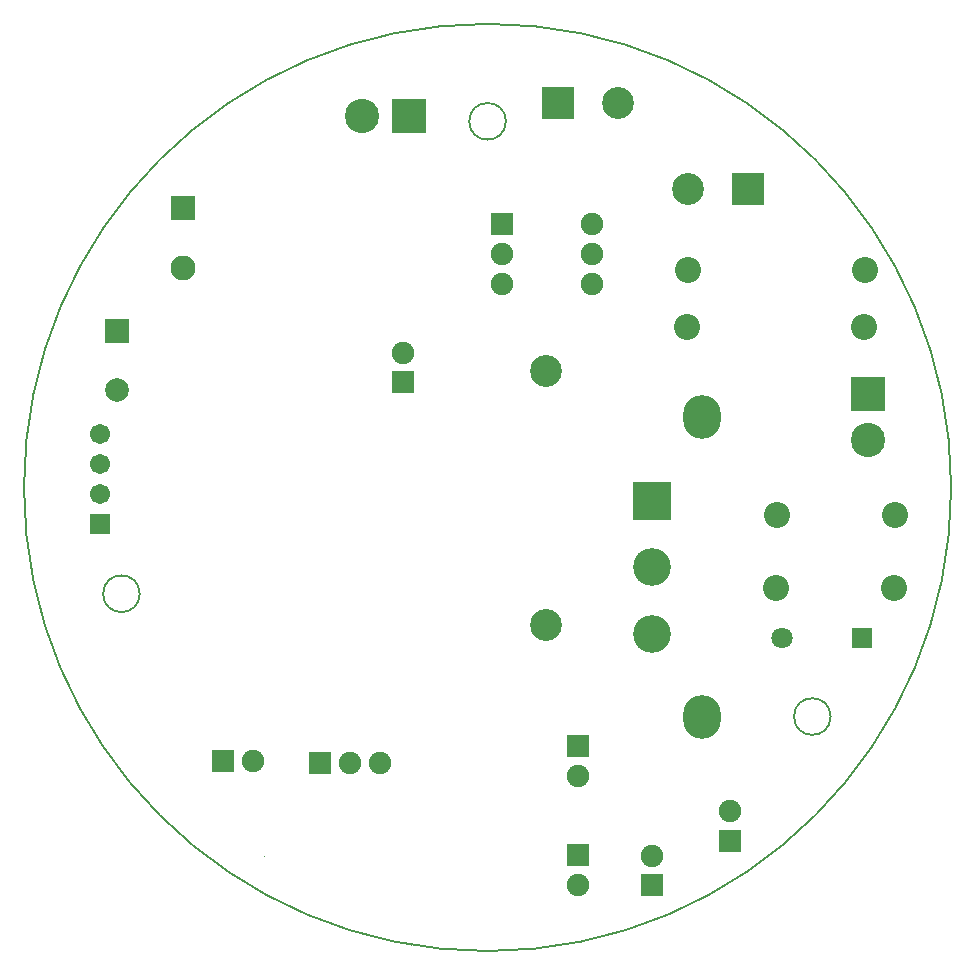
<source format=gbs>
%FSLAX25Y25*%
%MOIN*%
G70*
G01*
G75*
G04 Layer_Color=16711935*
%ADD10C,0.10000*%
%ADD11C,0.10000*%
%ADD12R,0.08661X0.09449*%
%ADD13R,0.09843X0.13386*%
%ADD14O,0.08661X0.02756*%
%ADD15R,0.06890X0.08661*%
%ADD16R,0.04724X0.01969*%
%ADD17R,0.04000X0.05500*%
%ADD18R,0.05906X0.11811*%
%ADD19R,0.03150X0.21654*%
%ADD20R,0.06000X0.05000*%
G04:AMPARAMS|DCode=21|XSize=60mil|YSize=50mil|CornerRadius=0mil|HoleSize=0mil|Usage=FLASHONLY|Rotation=0.000|XOffset=0mil|YOffset=0mil|HoleType=Round|Shape=Octagon|*
%AMOCTAGOND21*
4,1,8,0.03000,-0.01250,0.03000,0.01250,0.01750,0.02500,-0.01750,0.02500,-0.03000,0.01250,-0.03000,-0.01250,-0.01750,-0.02500,0.01750,-0.02500,0.03000,-0.01250,0.0*
%
%ADD21OCTAGOND21*%

%ADD22R,0.03150X0.03543*%
%ADD23R,0.03543X0.03150*%
%ADD24R,0.05000X0.05000*%
%ADD25R,0.05512X0.02362*%
%ADD26R,0.39370X0.41142*%
%ADD27R,0.12598X0.04134*%
%ADD28R,0.05500X0.04000*%
%ADD29O,0.07087X0.01100*%
%ADD30O,0.01100X0.07087*%
%ADD31R,0.08268X0.09843*%
%ADD32R,0.03150X0.05118*%
G04:AMPARAMS|DCode=33|XSize=78.74mil|YSize=86.61mil|CornerRadius=7.87mil|HoleSize=0mil|Usage=FLASHONLY|Rotation=90.000|XOffset=0mil|YOffset=0mil|HoleType=Round|Shape=RoundedRectangle|*
%AMROUNDEDRECTD33*
21,1,0.07874,0.07087,0,0,90.0*
21,1,0.06299,0.08661,0,0,90.0*
1,1,0.01575,0.03543,0.03150*
1,1,0.01575,0.03543,-0.03150*
1,1,0.01575,-0.03543,-0.03150*
1,1,0.01575,-0.03543,0.03150*
%
%ADD33ROUNDEDRECTD33*%
%ADD34R,0.09843X0.08268*%
%ADD35R,0.05118X0.03150*%
%ADD36R,0.03937X0.02362*%
%ADD37R,0.02756X0.03347*%
%ADD38R,0.03347X0.02756*%
%ADD39C,0.00800*%
%ADD40C,0.08000*%
%ADD41C,0.15000*%
%ADD42C,0.03000*%
%ADD43C,0.01500*%
%ADD44C,0.05000*%
%ADD45C,0.02000*%
%ADD46C,0.04000*%
%ADD47C,0.01000*%
%ADD48R,0.09600X0.18400*%
%ADD49R,0.09900X0.21000*%
%ADD50C,0.00500*%
%ADD51C,0.00025*%
%ADD52C,0.05906*%
%ADD53R,0.05906X0.05906*%
%ADD54C,0.07874*%
%ADD55O,0.11811X0.13780*%
%ADD56C,0.06693*%
%ADD57R,0.06693X0.06693*%
%ADD58R,0.07480X0.07480*%
%ADD59C,0.07480*%
%ADD60R,0.06299X0.06299*%
%ADD61C,0.06299*%
%ADD62C,0.09843*%
%ADD63R,0.06693X0.06693*%
%ADD64R,0.09843X0.09843*%
%ADD65C,0.10630*%
%ADD66R,0.10630X0.10630*%
%ADD67R,0.10630X0.10630*%
%ADD68R,0.07087X0.07087*%
%ADD69C,0.07087*%
%ADD70R,0.11811X0.11811*%
%ADD71C,0.11811*%
%ADD72C,0.03000*%
%ADD73C,0.02700*%
%ADD74C,0.04000*%
%ADD75C,0.02000*%
%ADD76C,0.05000*%
%ADD77C,0.19685*%
%ADD78R,0.03118X0.15755*%
%ADD79C,0.00787*%
%ADD80C,0.01984*%
%ADD81C,0.02900*%
%ADD82C,0.00984*%
%ADD83C,0.01969*%
%ADD84C,0.01575*%
%ADD85C,0.00300*%
%ADD86C,0.00600*%
%ADD87C,0.00700*%
%ADD88R,0.02000X0.08000*%
%ADD89R,0.04000X0.03500*%
%ADD90R,0.01969X0.03780*%
%ADD91R,0.03780X0.01969*%
%ADD92R,0.09461X0.10249*%
%ADD93R,0.10643X0.14186*%
%ADD94O,0.09461X0.03556*%
%ADD95R,0.07690X0.09461*%
%ADD96R,0.05524X0.02769*%
%ADD97R,0.04800X0.06300*%
%ADD98R,0.06706X0.12611*%
%ADD99R,0.03950X0.22453*%
%ADD100R,0.06800X0.05800*%
G04:AMPARAMS|DCode=101|XSize=68mil|YSize=58mil|CornerRadius=0mil|HoleSize=0mil|Usage=FLASHONLY|Rotation=0.000|XOffset=0mil|YOffset=0mil|HoleType=Round|Shape=Octagon|*
%AMOCTAGOND101*
4,1,8,0.03400,-0.01450,0.03400,0.01450,0.01950,0.02900,-0.01950,0.02900,-0.03400,0.01450,-0.03400,-0.01450,-0.01950,-0.02900,0.01950,-0.02900,0.03400,-0.01450,0.0*
%
%ADD101OCTAGOND101*%

%ADD102R,0.03950X0.04343*%
%ADD103R,0.04343X0.03950*%
%ADD104R,0.05800X0.05800*%
%ADD105R,0.06312X0.03162*%
%ADD106R,0.40170X0.41942*%
%ADD107R,0.13398X0.04934*%
%ADD108R,0.06300X0.04800*%
%ADD109O,0.07887X0.01900*%
%ADD110O,0.01900X0.07887*%
%ADD111R,0.09068X0.10642*%
%ADD112R,0.03950X0.05918*%
G04:AMPARAMS|DCode=113|XSize=86.74mil|YSize=94.61mil|CornerRadius=8.67mil|HoleSize=0mil|Usage=FLASHONLY|Rotation=90.000|XOffset=0mil|YOffset=0mil|HoleType=Round|Shape=RoundedRectangle|*
%AMROUNDEDRECTD113*
21,1,0.08674,0.07727,0,0,90.0*
21,1,0.06939,0.09461,0,0,90.0*
1,1,0.01735,0.03863,0.03470*
1,1,0.01735,0.03863,-0.03470*
1,1,0.01735,-0.03863,-0.03470*
1,1,0.01735,-0.03863,0.03470*
%
%ADD113ROUNDEDRECTD113*%
%ADD114R,0.10642X0.09068*%
%ADD115R,0.05918X0.03950*%
%ADD116R,0.04737X0.03162*%
%ADD117R,0.03556X0.04147*%
%ADD118R,0.04147X0.03556*%
%ADD119C,0.06706*%
%ADD120R,0.06706X0.06706*%
%ADD121C,0.08674*%
%ADD122O,0.12611X0.14579*%
%ADD123C,0.07493*%
%ADD124R,0.07493X0.07493*%
%ADD125R,0.08280X0.08280*%
%ADD126C,0.08280*%
%ADD127R,0.07099X0.07099*%
%ADD128C,0.07099*%
%ADD129C,0.10642*%
%ADD130R,0.07493X0.07493*%
%ADD131R,0.10642X0.10642*%
%ADD132C,0.11430*%
%ADD133R,0.11430X0.11430*%
%ADD134R,0.11430X0.11430*%
%ADD135R,0.07887X0.07887*%
%ADD136C,0.07887*%
%ADD137R,0.12611X0.12611*%
%ADD138C,0.12611*%
D50*
X270472Y35433D02*
G03*
X270472Y35433I-154528J0D01*
G01*
X230285Y-40938D02*
G03*
X230285Y-40938I-6102J0D01*
G01*
X122047Y157480D02*
G03*
X122047Y157480I-6102J0D01*
G01*
X0Y0D02*
G03*
X0Y0I-6102J0D01*
G01*
D51*
X90317Y-116955D02*
X90325Y-116949D01*
X41318Y-87267D02*
X41318D01*
D119*
X-13200Y53100D02*
D03*
Y43100D02*
D03*
Y33100D02*
D03*
D120*
Y23100D02*
D03*
D121*
X241528Y88900D02*
D03*
X182472D02*
D03*
X251585Y1800D02*
D03*
X212215D02*
D03*
X212415Y26300D02*
D03*
X251785D02*
D03*
X241728Y107900D02*
D03*
X182672D02*
D03*
D122*
X187400Y58800D02*
D03*
Y-41200D02*
D03*
D123*
X87900Y80321D02*
D03*
X170600Y-87279D02*
D03*
X196600Y-72579D02*
D03*
X146000Y-97000D02*
D03*
Y-60700D02*
D03*
X37800Y-55800D02*
D03*
X150600Y123400D02*
D03*
Y113400D02*
D03*
Y103400D02*
D03*
X120600D02*
D03*
Y113400D02*
D03*
X80200Y-56500D02*
D03*
X70200Y-56500D02*
D03*
D124*
X87900Y70479D02*
D03*
X170600Y-97121D02*
D03*
X196600Y-82421D02*
D03*
X27800Y-55800D02*
D03*
X60200Y-56500D02*
D03*
D125*
X14400Y128500D02*
D03*
D126*
Y108500D02*
D03*
D127*
X240886Y-14900D02*
D03*
D128*
X214114D02*
D03*
D129*
X135400Y74323D02*
D03*
Y-10323D02*
D03*
X159300Y163700D02*
D03*
X182900Y134900D02*
D03*
D130*
X146000Y-87000D02*
D03*
Y-50700D02*
D03*
X120600Y123400D02*
D03*
D131*
X139300Y163700D02*
D03*
X202900Y134900D02*
D03*
D132*
X242800Y51095D02*
D03*
X73995Y159200D02*
D03*
D133*
X242800Y66695D02*
D03*
D134*
X89595Y159200D02*
D03*
D135*
X-7500Y87743D02*
D03*
D136*
Y68058D02*
D03*
D137*
X170700Y30946D02*
D03*
D138*
Y-13346D02*
D03*
Y8898D02*
D03*
M02*

</source>
